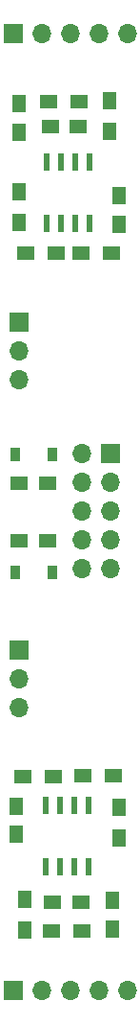
<source format=gbr>
G04 #@! TF.GenerationSoftware,KiCad,Pcbnew,(5.0.0-rc2-47-g52fceb3)*
G04 #@! TF.CreationDate,2018-06-13T16:52:08-05:00*
G04 #@! TF.ProjectId,nearness,6E6561726E6573732E6B696361645F70,rev?*
G04 #@! TF.SameCoordinates,Original*
G04 #@! TF.FileFunction,Soldermask,Top*
G04 #@! TF.FilePolarity,Negative*
%FSLAX46Y46*%
G04 Gerber Fmt 4.6, Leading zero omitted, Abs format (unit mm)*
G04 Created by KiCad (PCBNEW (5.0.0-rc2-47-g52fceb3)) date Wednesday, June 13, 2018 at 04:52:08 PM*
%MOMM*%
%LPD*%
G01*
G04 APERTURE LIST*
%ADD10R,1.300000X1.500000*%
%ADD11R,1.500000X1.300000*%
%ADD12R,1.500000X1.250000*%
%ADD13R,0.600000X1.550000*%
%ADD14R,1.700000X1.700000*%
%ADD15O,1.700000X1.700000*%
%ADD16R,0.900000X1.200000*%
%ADD17R,1.250000X1.500000*%
G04 APERTURE END LIST*
D10*
G04 #@! TO.C,R20*
X48514000Y-80692000D03*
X48514000Y-83392000D03*
G04 #@! TD*
D11*
G04 #@! TO.C,R17*
X48000603Y-77927833D03*
X45300603Y-77927833D03*
G04 #@! TD*
D10*
G04 #@! TO.C,R19*
X39624000Y-26336000D03*
X39624000Y-29036000D03*
G04 #@! TD*
D11*
G04 #@! TO.C,R18*
X42652430Y-78022702D03*
X39952430Y-78022702D03*
G04 #@! TD*
G04 #@! TO.C,R15*
X42944052Y-31750000D03*
X40244052Y-31750000D03*
G04 #@! TD*
D12*
G04 #@! TO.C,C2*
X45106603Y-89103833D03*
X42606603Y-89103833D03*
G04 #@! TD*
D11*
G04 #@! TO.C,R24*
X45206603Y-91643833D03*
X42506603Y-91643833D03*
G04 #@! TD*
G04 #@! TO.C,R16*
X45132000Y-31750000D03*
X47832000Y-31750000D03*
G04 #@! TD*
D10*
G04 #@! TO.C,R22*
X40132000Y-88820000D03*
X40132000Y-91520000D03*
G04 #@! TD*
D11*
G04 #@! TO.C,R23*
X44976052Y-18360841D03*
X42276052Y-18360841D03*
G04 #@! TD*
D13*
G04 #@! TO.C,U1*
X42037000Y-29116000D03*
X43307000Y-29116000D03*
X44577000Y-29116000D03*
X45847000Y-29116000D03*
X45847000Y-23716000D03*
X44577000Y-23716000D03*
X43307000Y-23716000D03*
X42037000Y-23716000D03*
G04 #@! TD*
G04 #@! TO.C,U2*
X45761603Y-85961833D03*
X44491603Y-85961833D03*
X43221603Y-85961833D03*
X41951603Y-85961833D03*
X41951603Y-80561833D03*
X43221603Y-80561833D03*
X44491603Y-80561833D03*
X45761603Y-80561833D03*
G04 #@! TD*
D14*
G04 #@! TO.C,P6*
X39600000Y-66802000D03*
D15*
X39600000Y-69342000D03*
X39600000Y-71882000D03*
G04 #@! TD*
G04 #@! TO.C,P5*
X39600000Y-42926000D03*
X39600000Y-40386000D03*
D14*
X39600000Y-37846000D03*
G04 #@! TD*
G04 #@! TO.C,J13*
X39068000Y-12390400D03*
D15*
X41608000Y-12390400D03*
X44148000Y-12390400D03*
X46688000Y-12390400D03*
X49228000Y-12390400D03*
G04 #@! TD*
G04 #@! TO.C,J14*
X49228000Y-96835400D03*
X46688000Y-96835400D03*
X44148000Y-96835400D03*
X41608000Y-96835400D03*
D14*
X39068000Y-96835400D03*
G04 #@! TD*
D16*
G04 #@! TO.C,D1*
X39244000Y-49530000D03*
X42544000Y-49530000D03*
G04 #@! TD*
G04 #@! TO.C,D2*
X42544000Y-59944000D03*
X39244000Y-59944000D03*
G04 #@! TD*
D14*
G04 #@! TO.C,J10*
X47752000Y-49476406D03*
D15*
X45212000Y-49476406D03*
X47752000Y-52016406D03*
X45212000Y-52016406D03*
X47752000Y-54556406D03*
X45212000Y-54556406D03*
X47752000Y-57096406D03*
X45212000Y-57096406D03*
X47752000Y-59636406D03*
X45212000Y-59636406D03*
G04 #@! TD*
D17*
G04 #@! TO.C,C5*
X39624000Y-21062000D03*
X39624000Y-18562000D03*
G04 #@! TD*
D12*
G04 #@! TO.C,C1*
X44876052Y-20574000D03*
X42376052Y-20574000D03*
G04 #@! TD*
D17*
G04 #@! TO.C,C8*
X48514000Y-29190000D03*
X48514000Y-26690000D03*
G04 #@! TD*
D10*
G04 #@! TO.C,R21*
X47690052Y-18280841D03*
X47690052Y-20980841D03*
G04 #@! TD*
D17*
G04 #@! TO.C,C7*
X47906430Y-88920000D03*
X47906430Y-91420000D03*
G04 #@! TD*
G04 #@! TO.C,C6*
X39370000Y-80582702D03*
X39370000Y-83082702D03*
G04 #@! TD*
D12*
G04 #@! TO.C,C4*
X39644000Y-57150000D03*
X42144000Y-57150000D03*
G04 #@! TD*
G04 #@! TO.C,C3*
X39644000Y-52070000D03*
X42144000Y-52070000D03*
G04 #@! TD*
M02*

</source>
